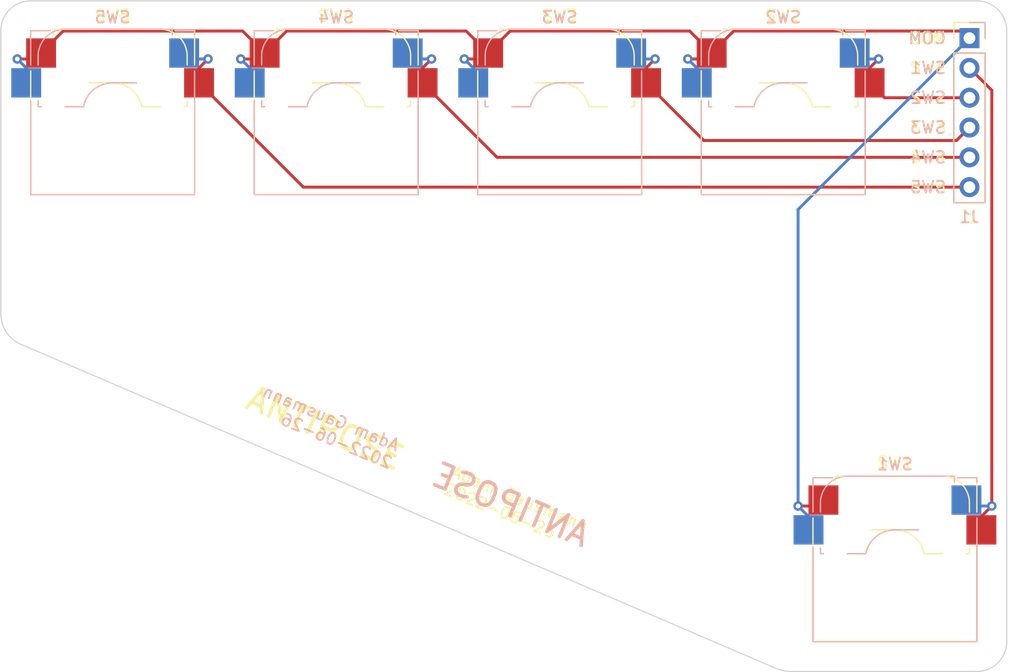
<source format=kicad_pcb>
(kicad_pcb (version 20211014) (generator pcbnew)
  (layers (0 "F.Cu" signal) (31 "B.Cu" signal) (34 "B.Paste" user) (35 "F.Paste" user) (36 "B.SilkS" user "B.Silkscreen") (37 "F.SilkS" user "F.Silkscreen") (38 "B.Mask" user) (39 "F.Mask" user) (44 "Edge.Cuts" user))
  (net 0 "")
  (net 1 "Net-(J1-Pad1)")
  (net 2 "Net-(J1-Pad2)")
  (net 3 "Net-(J1-Pad3)")
  (net 4 "Net-(J1-Pad4)")
  (net 5 "Net-(J1-Pad5)")
  (net 6 "Net-(J1-Pad6)")
  (footprint "agausmann:Kailh_HotSwap_Reversible_1u" (layer "F.Cu") (at 158.75 38.1)
    (fp_text reference "SW2" (at 0 -8.128 unlocked) (layer "B.SilkS") (effects (justify mirror)))
    (fp_text value "MX")
    (fp_text user "${REFERENCE}" (at 0 -8.255) (layer "F.SilkS"))
    (fp_line (start 5.080001 -7.111998) (end -4.063999 -7.111998) (layer "B.SilkS") (width 0.12))
    (fp_line (start -6.985 -6.985) (end -6.985 -4.064) (layer "B.SilkS") (width 0.12))
    (fp_line (start -6.984999 -6.984998) (end -5.333999 -6.984998) (layer "B.SilkS") (width 0.12))
    (fp_line (start 0.000001 -2.539998) (end 2.032 -2.539998) (layer "B.SilkS") (width 0.12))
    (fp_line (start -6.985 -1.016) (end -6.985 6.985) (layer "B.SilkS") (width 0.12))
    (fp_line (start -6.984999 6.985002) (end 6.985001 6.985002) (layer "B.SilkS") (width 0.12))
    (fp_line (start -6.349999 -1.015998) (end -6.349999 -0.507998) (layer "B.SilkS") (width 0.12))
    (fp_line (start 6.985 -6.985) (end 6.985 -6.604) (layer "B.SilkS") (width 0.12))
    (fp_line (start 6.985001 -6.984998) (end 5.334001 -6.984998) (layer "B.SilkS") (width 0.12))
    (fp_line (start 6.985 6.985) (end 6.985 -3.556) (layer "B.SilkS") (width 0.12))
    (fp_line (start -6.349999 -4.825998) (end -6.349999 -4.063998) (layer "B.SilkS") (width 0.12))
    (fp_line (start -4.063999 -0.507998) (end -2.489198 -0.507998) (layer "B.SilkS") (width 0.12))
    (fp_line (start -6.349999 -0.507998) (end -6.095999 -0.507998) (layer "B.SilkS") (width 0.12))
    (fp_line (start 5.080001 -6.603998) (end 5.080001 -7.111998) (layer "B.SilkS") (width 0.12))
    (fp_arc (start -2.489198 -0.507998) (mid -1.606797 -1.967834) (end 0.000001 -2.540505) (layer "B.SilkS") (width 0.12))
    (fp_arc (start -6.349999 -4.825998) (mid -5.680446 -6.442445) (end -4.063999 -7.111998) (layer "B.SilkS") (width 0.12))
    (fp_line (start -6.985 -6.985) (end -6.985 -6.604) (layer "F.SilkS") (width 0.12))
    (fp_line (start -5.08 -7.112) (end 4.064 -7.112) (layer "F.SilkS") (width 0.12))
    (fp_line (start 6.35 -1.016) (end 6.35 -0.508) (layer "F.SilkS") (width 0.12))
    (fp_line (start 6.35 -4.826) (end 6.35 -4.064) (layer "F.SilkS") (width 0.12))
    (fp_line (start 4.064 -0.508) (end 2.489199 -0.508) (layer "F.SilkS") (width 0.12))
    (fp_line (start -5.08 -6.604) (end -5.08 -7.112) (layer "F.SilkS") (width 0.12))
    (fp_line (start 0 -2.54) (end -2.032 -2.54) (layer "F.SilkS") (width 0.12))
    (fp_line (start 6.985 -6.985) (end 6.985 -4.064) (layer "F.SilkS") (width 0.12))
    (fp_line (start -6.985 6.985) (end -6.985 -3.556) (layer "F.SilkS") (width 0.12))
    (fp_line (start 6.985 -6.985) (end 5.334 -6.985) (layer "F.SilkS") (width 0.12))
    (fp_line (start 6.985 -1.016) (end 6.985 6.985) (layer "F.SilkS") (width 0.12))
    (fp_line (start -6.985 -6.985) (end -5.334 -6.985) (layer "F.SilkS") (width 0.12))
    (fp_line (start 6.35 -0.508) (end 6.096 -0.508) (layer "F.SilkS") (width 0.12))
    (fp_line (start 6.985 6.985) (end -6.985 6.985) (layer "F.SilkS") (width 0.12))
    (fp_arc (start 4.064 -7.112) (mid 5.680446 -6.442446) (end 6.35 -4.826) (layer "F.SilkS") (width 0.12))
    (fp_arc (start 0 -2.540507) (mid 1.606798 -1.967836) (end 2.489199 -0.508) (layer "F.SilkS") (width 0.12))
    (pad "" np_thru_hole circle (at -2.54 -5.08) (size 3 3) (drill 3) (layers F&B.Cu *.Mask))
    (pad "" np_thru_hole circle (at 5.08 0) (size 1.7 1.7) (drill 1.7) (layers *.Cu *.Mask))
    (pad "" np_thru_hole circle (at 0 0) (size 4 4) (drill 4) (layers *.Cu *.Mask))
    (pad "" np_thru_hole circle (at -5.08 0) (size 1.7 1.7) (drill 1.7) (layers *.Cu *.Mask))
    (pad "" np_thru_hole circle (at 3.81 -2.54) (size 3 3) (drill 3) (layers F&B.Cu *.Mask))
    (pad "" np_thru_hole circle (at 2.540001 -5.079998) (size 3 3) (drill 3) (layers F&B.Cu *.Mask))
    (pad "" np_thru_hole circle (at -3.809999 -2.539998) (size 3 3) (drill 3) (layers F&B.Cu *.Mask))
    (pad "1" smd rect (at -7.365999 -2.539998) (size 2.55 2.5) (layers "B.Cu" "B.Paste" "B.Mask") (net 1 "Net-(J1-Pad1)"))
    (pad "1" smd rect (at -6.096 -5.08) (size 2.55 2.5) (layers "F.Cu" "F.Paste" "F.Mask") (net 1 "Net-(J1-Pad1)"))
    (pad "2" smd rect (at 6.096001 -5.079998) (size 2.55 2.5) (layers "B.Cu" "B.Paste" "B.Mask") (net 3 "Net-(J1-Pad3)"))
    (pad "2" smd rect (at 7.366 -2.54) (size 2.55 2.5) (layers "F.Cu" "F.Paste" "F.Mask") (net 3 "Net-(J1-Pad3)"))
  )
  (footprint "agausmann:Kailh_HotSwap_Reversible_1u" (layer "F.Cu") (at 139.7 38.1)
    (fp_text reference "SW3" (at 0 -8.128 unlocked) (layer "B.SilkS") (effects (justify mirror)))
    (fp_text value "MX")
    (fp_text user "${REFERENCE}" (at 0 -8.255) (layer "F.SilkS"))
    (fp_line (start 6.985001 -6.984998) (end 5.334001 -6.984998) (layer "B.SilkS") (width 0.12))
    (fp_line (start -6.984999 6.985002) (end 6.985001 6.985002) (layer "B.SilkS") (width 0.12))
    (fp_line (start -6.985 -6.985) (end -6.985 -4.064) (layer "B.SilkS") (width 0.12))
    (fp_line (start 5.080001 -6.603998) (end 5.080001 -7.111998) (layer "B.SilkS") (width 0.12))
    (fp_line (start 5.080001 -7.111998) (end -4.063999 -7.111998) (layer "B.SilkS") (width 0.12))
    (fp_line (start 0.000001 -2.539998) (end 2.032 -2.539998) (layer "B.SilkS") (width 0.12))
    (fp_line (start -6.349999 -1.015998) (end -6.349999 -0.507998) (layer "B.SilkS") (width 0.12))
    (fp_line (start -6.985 -1.016) (end -6.985 6.985) (layer "B.SilkS") (width 0.12))
    (fp_line (start -6.984999 -6.984998) (end -5.333999 -6.984998) (layer "B.SilkS") (width 0.12))
    (fp_line (start 6.985 6.985) (end 6.985 -3.556) (layer "B.SilkS") (width 0.12))
    (fp_line (start 6.985 -6.985) (end 6.985 -6.604) (layer "B.SilkS") (width 0.12))
    (fp_line (start -6.349999 -4.825998) (end -6.349999 -4.063998) (layer "B.SilkS") (width 0.12))
    (fp_line (start -4.063999 -0.507998) (end -2.489198 -0.507998) (layer "B.SilkS") (width 0.12))
    (fp_line (start -6.349999 -0.507998) (end -6.095999 -0.507998) (layer "B.SilkS") (width 0.12))
    (fp_arc (start -2.489198 -0.507998) (mid -1.606797 -1.967834) (end 0.000001 -2.540505) (layer "B.SilkS") (width 0.12))
    (fp_arc (start -6.349999 -4.825998) (mid -5.680446 -6.442445) (end -4.063999 -7.111998) (layer "B.SilkS") (width 0.12))
    (fp_line (start 6.985 -6.985) (end 6.985 -4.064) (layer "F.SilkS") (width 0.12))
    (fp_line (start 6.35 -1.016) (end 6.35 -0.508) (layer "F.SilkS") (width 0.12))
    (fp_line (start -5.08 -7.112) (end 4.064 -7.112) (layer "F.SilkS") (width 0.12))
    (fp_line (start 4.064 -0.508) (end 2.489199 -0.508) (layer "F.SilkS") (width 0.12))
    (fp_line (start 6.35 -0.508) (end 6.096 -0.508) (layer "F.SilkS") (width 0.12))
    (fp_line (start -5.08 -6.604) (end -5.08 -7.112) (layer "F.SilkS") (width 0.12))
    (fp_line (start -6.985 6.985) (end -6.985 -3.556) (layer "F.SilkS") (width 0.12))
    (fp_line (start -6.985 -6.985) (end -6.985 -6.604) (layer "F.SilkS") (width 0.12))
    (fp_line (start 6.35 -4.826) (end 6.35 -4.064) (layer "F.SilkS") (width 0.12))
    (fp_line (start -6.985 -6.985) (end -5.334 -6.985) (layer "F.SilkS") (width 0.12))
    (fp_line (start 6.985 6.985) (end -6.985 6.985) (layer "F.SilkS") (width 0.12))
    (fp_line (start 6.985 -6.985) (end 5.334 -6.985) (layer "F.SilkS") (width 0.12))
    (fp_line (start 0 -2.54) (end -2.032 -2.54) (layer "F.SilkS") (width 0.12))
    (fp_line (start 6.985 -1.016) (end 6.985 6.985) (layer "F.SilkS") (width 0.12))
    (fp_arc (start 4.064 -7.112) (mid 5.680446 -6.442446) (end 6.35 -4.826) (layer "F.SilkS") (width 0.12))
    (fp_arc (start 0 -2.540507) (mid 1.606798 -1.967836) (end 2.489199 -0.508) (layer "F.SilkS") (width 0.12))
    (pad "" np_thru_hole circle (at 3.81 -2.54) (size 3 3) (drill 3) (layers F&B.Cu *.Mask))
    (pad "" np_thru_hole circle (at -5.08 0) (size 1.7 1.7) (drill 1.7) (layers *.Cu *.Mask))
    (pad "" np_thru_hole circle (at -3.809999 -2.539998) (size 3 3) (drill 3) (layers F&B.Cu *.Mask))
    (pad "" np_thru_hole circle (at 0 0) (size 4 4) (drill 4) (layers *.Cu *.Mask))
    (pad "" np_thru_hole circle (at 5.08 0) (size 1.7 1.7) (drill 1.7) (layers *.Cu *.Mask))
    (pad "" np_thru_hole circle (at 2.540001 -5.079998) (size 3 3) (drill 3) (layers F&B.Cu *.Mask))
    (pad "" np_thru_hole circle (at -2.54 -5.08) (size 3 3) (drill 3) (layers F&B.Cu *.Mask))
    (pad "1" smd rect (at -7.365999 -2.539998) (size 2.55 2.5) (layers "B.Cu" "B.Paste" "B.Mask") (net 1 "Net-(J1-Pad1)"))
    (pad "1" smd rect (at -6.096 -5.08) (size 2.55 2.5) (layers "F.Cu" "F.Paste" "F.Mask") (net 1 "Net-(J1-Pad1)"))
    (pad "2" smd rect (at 7.366 -2.54) (size 2.55 2.5) (layers "F.Cu" "F.Paste" "F.Mask") (net 4 "Net-(J1-Pad4)"))
    (pad "2" smd rect (at 6.096001 -5.079998) (size 2.55 2.5) (layers "B.Cu" "B.Paste" "B.Mask") (net 4 "Net-(J1-Pad4)"))
  )
  (footprint "Connector_PinHeader_2.54mm:PinHeader_1x06_P2.54mm_Vertical" (layer "F.Cu") (at 174.625 31.75)
    (fp_text reference "J1" (at 0 15.24) (layer "F.SilkS"))
    (fp_text value "Conn_01x06")
    (fp_text user "${REFERENCE}" (at 0 15.24 unlocked) (layer "B.SilkS") (effects (justify mirror)))
    (fp_line (start 1.33 1.27) (end -1.33 1.27) (layer "B.SilkS") (width 0.12))
    (fp_line (start 1.33 -1.33) (end 0 -1.33) (layer "B.SilkS") (width 0.12))
    (fp_line (start -1.33 1.27) (end -1.33 14.03) (layer "B.SilkS") (width 0.12))
    (fp_line (start 1.33 0) (end 1.33 -1.33) (layer "B.SilkS") (width 0.12))
    (fp_line (start 1.33 1.27) (end 1.33 14.03) (layer "B.SilkS") (width 0.12))
    (fp_line (start 1.33 14.03) (end -1.33 14.03) (layer "B.SilkS") (width 0.12))
    (fp_line (start -1.33 14.03) (end 1.33 14.03) (layer "F.SilkS") (width 0.12))
    (fp_line (start -1.33 1.27) (end -1.33 14.03) (layer "F.SilkS") (width 0.12))
    (fp_line (start -1.33 -1.33) (end 0 -1.33) (layer "F.SilkS") (width 0.12))
    (fp_line (start -1.33 1.27) (end 1.33 1.27) (layer "F.SilkS") (width 0.12))
    (fp_line (start 1.33 1.27) (end 1.33 14.03) (layer "F.SilkS") (width 0.12))
    (fp_line (start -1.33 0) (end -1.33 -1.33) (layer "F.SilkS") (width 0.12))
    (pad "1" thru_hole rect (at 0 0) (size 1.7 1.7) (drill 1) (layers *.Cu *.Mask) (net 1 "Net-(J1-Pad1)"))
    (pad "2" thru_hole oval (at 0 2.54) (size 1.7 1.7) (drill 1) (layers *.Cu *.Mask) (net 2 "Net-(J1-Pad2)"))
    (pad "3" thru_hole oval (at 0 5.08) (size 1.7 1.7) (drill 1) (layers *.Cu *.Mask) (net 3 "Net-(J1-Pad3)"))
    (pad "4" thru_hole oval (at 0 7.62) (size 1.7 1.7) (drill 1) (layers *.Cu *.Mask) (net 4 "Net-(J1-Pad4)"))
    (pad "5" thru_hole oval (at 0 10.16) (size 1.7 1.7) (drill 1) (layers *.Cu *.Mask) (net 5 "Net-(J1-Pad5)"))
    (pad "6" thru_hole oval (at 0 12.7) (size 1.7 1.7) (drill 1) (layers *.Cu *.Mask) (net 6 "Net-(J1-Pad6)"))
  )
  (footprint "agausmann:Kailh_HotSwap_Reversible_1u" (layer "F.Cu") (at 120.65 38.1)
    (fp_text reference "SW4" (at 0 -8.128 unlocked) (layer "B.SilkS") (effects (justify mirror)))
    (fp_text value "MX")
    (fp_text user "${REFERENCE}" (at 0 -8.255) (layer "F.SilkS"))
    (fp_line (start -6.985 -6.985) (end -6.985 -4.064) (layer "B.SilkS") (width 0.12))
    (fp_line (start -6.984999 -6.984998) (end -5.333999 -6.984998) (layer "B.SilkS") (width 0.12))
    (fp_line (start -6.985 -1.016) (end -6.985 6.985) (layer "B.SilkS") (width 0.12))
    (fp_line (start 5.080001 -7.111998) (end -4.063999 -7.111998) (layer "B.SilkS") (width 0.12))
    (fp_line (start 0.000001 -2.539998) (end 2.032 -2.539998) (layer "B.SilkS") (width 0.12))
    (fp_line (start -6.349999 -1.015998) (end -6.349999 -0.507998) (layer "B.SilkS") (width 0.12))
    (fp_line (start 5.080001 -6.603998) (end 5.080001 -7.111998) (layer "B.SilkS") (width 0.12))
    (fp_line (start -6.984999 6.985002) (end 6.985001 6.985002) (layer "B.SilkS") (width 0.12))
    (fp_line (start -4.063999 -0.507998) (end -2.489198 -0.507998) (layer "B.SilkS") (width 0.12))
    (fp_line (start 6.985001 -6.984998) (end 5.334001 -6.984998) (layer "B.SilkS") (width 0.12))
    (fp_line (start -6.349999 -0.507998) (end -6.095999 -0.507998) (layer "B.SilkS") (width 0.12))
    (fp_line (start 6.985 6.985) (end 6.985 -3.556) (layer "B.SilkS") (width 0.12))
    (fp_line (start 6.985 -6.985) (end 6.985 -6.604) (layer "B.SilkS") (width 0.12))
    (fp_line (start -6.349999 -4.825998) (end -6.349999 -4.063998) (layer "B.SilkS") (width 0.12))
    (fp_arc (start -6.349999 -4.825998) (mid -5.680446 -6.442445) (end -4.063999 -7.111998) (layer "B.SilkS") (width 0.12))
    (fp_arc (start -2.489198 -0.507998) (mid -1.606797 -1.967834) (end 0.000001 -2.540505) (layer "B.SilkS") (width 0.12))
    (fp_line (start 6.985 -6.985) (end 5.334 -6.985) (layer "F.SilkS") (width 0.12))
    (fp_line (start -6.985 6.985) (end -6.985 -3.556) (layer "F.SilkS") (width 0.12))
    (fp_line (start 0 -2.54) (end -2.032 -2.54) (layer "F.SilkS") (width 0.12))
    (fp_line (start 6.35 -0.508) (end 6.096 -0.508) (layer "F.SilkS") (width 0.12))
    (fp_line (start 6.985 -6.985) (end 6.985 -4.064) (layer "F.SilkS") (width 0.12))
    (fp_line (start -5.08 -6.604) (end -5.08 -7.112) (layer "F.SilkS") (width 0.12))
    (fp_line (start 6.985 6.985) (end -6.985 6.985) (layer "F.SilkS") (width 0.12))
    (fp_line (start 6.35 -1.016) (end 6.35 -0.508) (layer "F.SilkS") (width 0.12))
    (fp_line (start -5.08 -7.112) (end 4.064 -7.112) (layer "F.SilkS") (width 0.12))
    (fp_line (start -6.985 -6.985) (end -5.334 -6.985) (layer "F.SilkS") (width 0.12))
    (fp_line (start 4.064 -0.508) (end 2.489199 -0.508) (layer "F.SilkS") (width 0.12))
    (fp_line (start -6.985 -6.985) (end -6.985 -6.604) (layer "F.SilkS") (width 0.12))
    (fp_line (start 6.35 -4.826) (end 6.35 -4.064) (layer "F.SilkS") (width 0.12))
    (fp_line (start 6.985 -1.016) (end 6.985 6.985) (layer "F.SilkS") (width 0.12))
    (fp_arc (start 0 -2.540507) (mid 1.606798 -1.967836) (end 2.489199 -0.508) (layer "F.SilkS") (width 0.12))
    (fp_arc (start 4.064 -7.112) (mid 5.680446 -6.442446) (end 6.35 -4.826) (layer "F.SilkS") (width 0.12))
    (pad "" np_thru_hole circle (at 0 0) (size 4 4) (drill 4) (layers *.Cu *.Mask))
    (pad "" np_thru_hole circle (at 2.540001 -5.079998) (size 3 3) (drill 3) (layers F&B.Cu *.Mask))
    (pad "" np_thru_hole circle (at 3.81 -2.54) (size 3 3) (drill 3) (layers F&B.Cu *.Mask))
    (pad "" np_thru_hole circle (at -2.54 -5.08) (size 3 3) (drill 3) (layers F&B.Cu *.Mask))
    (pad "" np_thru_hole circle (at -3.809999 -2.539998) (size 3 3) (drill 3) (layers F&B.Cu *.Mask))
    (pad "" np_thru_hole circle (at 5.08 0) (size 1.7 1.7) (drill 1.7) (layers *.Cu *.Mask))
    (pad "" np_thru_hole circle (at -5.08 0) (size 1.7 1.7) (drill 1.7) (layers *.Cu *.Mask))
    (pad "1" smd rect (at -7.365999 -2.539998) (size 2.55 2.5) (layers "B.Cu" "B.Paste" "B.Mask") (net 1 "Net-(J1-Pad1)"))
    (pad "1" smd rect (at -6.096 -5.08) (size 2.55 2.5) (layers "F.Cu" "F.Paste" "F.Mask") (net 1 "Net-(J1-Pad1)"))
    (pad "2" smd rect (at 6.096001 -5.079998) (size 2.55 2.5) (layers "B.Cu" "B.Paste" "B.Mask") (net 5 "Net-(J1-Pad5)"))
    (pad "2" smd rect (at 7.366 -2.54) (size 2.55 2.5) (layers "F.Cu" "F.Paste" "F.Mask") (net 5 "Net-(J1-Pad5)"))
  )
  (footprint "agausmann:Kailh_HotSwap_Reversible_1u" (layer "F.Cu") (at 168.275 76.2)
    (fp_text reference "SW1" (at 0 -8.128 unlocked) (layer "B.SilkS") (effects (justify mirror)))
    (fp_text value "MX")
    (fp_text user "${REFERENCE}" (at 0 -8.255) (layer "F.SilkS"))
    (fp_line (start 6.985 -6.985) (end 6.985 -6.604) (layer "B.SilkS") (width 0.12))
    (fp_line (start 5.080001 -7.111998) (end -4.063999 -7.111998) (layer "B.SilkS") (width 0.12))
    (fp_line (start 6.985 6.985) (end 6.985 -3.556) (layer "B.SilkS") (width 0.12))
    (fp_line (start -6.984999 6.985002) (end 6.985001 6.985002) (layer "B.SilkS") (width 0.12))
    (fp_line (start -6.349999 -0.507998) (end -6.095999 -0.507998) (layer "B.SilkS") (width 0.12))
    (fp_line (start 6.985001 -6.984998) (end 5.334001 -6.984998) (layer "B.SilkS") (width 0.12))
    (fp_line (start 5.080001 -6.603998) (end 5.080001 -7.111998) (layer "B.SilkS") (width 0.12))
    (fp_line (start -6.985 -6.985) (end -6.985 -4.064) (layer "B.SilkS") (width 0.12))
    (fp_line (start 0.000001 -2.539998) (end 2.032 -2.539998) (layer "B.SilkS") (width 0.12))
    (fp_line (start -6.349999 -1.015998) (end -6.349999 -0.507998) (layer "B.SilkS") (width 0.12))
    (fp_line (start -6.985 -1.016) (end -6.985 6.985) (layer "B.SilkS") (width 0.12))
    (fp_line (start -6.984999 -6.984998) (end -5.333999 -6.984998) (layer "B.SilkS") (width 0.12))
    (fp_line (start -6.349999 -4.825998) (end -6.349999 -4.063998) (layer "B.SilkS") (width 0.12))
    (fp_line (start -4.063999 -0.507998) (end -2.489198 -0.507998) (layer "B.SilkS") (width 0.12))
    (fp_arc (start -6.349999 -4.825998) (mid -5.680446 -6.442445) (end -4.063999 -7.111998) (layer "B.SilkS") (width 0.12))
    (fp_arc (start -2.489198 -0.507998) (mid -1.606797 -1.967834) (end 0.000001 -2.540505) (layer "B.SilkS") (width 0.12))
    (fp_line (start -5.08 -6.604) (end -5.08 -7.112) (layer "F.SilkS") (width 0.12))
    (fp_line (start -6.985 6.985) (end -6.985 -3.556) (layer "F.SilkS") (width 0.12))
    (fp_line (start 6.35 -4.826) (end 6.35 -4.064) (layer "F.SilkS") (width 0.12))
    (fp_line (start -5.08 -7.112) (end 4.064 -7.112) (layer "F.SilkS") (width 0.12))
    (fp_line (start 6.985 6.985) (end -6.985 6.985) (layer "F.SilkS") (width 0.12))
    (fp_line (start 6.985 -1.016) (end 6.985 6.985) (layer "F.SilkS") (width 0.12))
    (fp_line (start 6.35 -0.508) (end 6.096 -0.508) (layer "F.SilkS") (width 0.12))
    (fp_line (start 6.985 -6.985) (end 6.985 -4.064) (layer "F.SilkS") (width 0.12))
    (fp_line (start 6.985 -6.985) (end 5.334 -6.985) (layer "F.SilkS") (width 0.12))
    (fp_line (start 4.064 -0.508) (end 2.489199 -0.508) (layer "F.SilkS") (width 0.12))
    (fp_line (start -6.985 -6.985) (end -6.985 -6.604) (layer "F.SilkS") (width 0.12))
    (fp_line (start 0 -2.54) (end -2.032 -2.54) (layer "F.SilkS") (width 0.12))
    (fp_line (start -6.985 -6.985) (end -5.334 -6.985) (layer "F.SilkS") (width 0.12))
    (fp_line (start 6.35 -1.016) (end 6.35 -0.508) (layer "F.SilkS") (width 0.12))
    (fp_arc (start 0 -2.540507) (mid 1.606798 -1.967836) (end 2.489199 -0.508) (layer "F.SilkS") (width 0.12))
    (fp_arc (start 4.064 -7.112) (mid 5.680446 -6.442446) (end 6.35 -4.826) (layer "F.SilkS") (width 0.12))
    (pad "" np_thru_hole circle (at 3.81 -2.54) (size 3 3) (drill 3) (layers F&B.Cu *.Mask))
    (pad "" np_thru_hole circle (at -5.08 0) (size 1.7 1.7) (drill 1.7) (layers *.Cu *.Mask))
    (pad "" np_thru_hole circle (at -3.809999 -2.539998) (size 3 3) (drill 3) (layers F&B.Cu *.Mask))
    (pad "" np_thru_hole circle (at 2.540001 -5.079998) (size 3 3) (drill 3) (layers F&B.Cu *.Mask))
    (pad "" np_thru_hole circle (at 0 0) (size 4 4) (drill 4) (layers *.Cu *.Mask))
    (pad "" np_thru_hole circle (at 5.08 0) (size 1.7 1.7) (drill 1.7) (layers *.Cu *.Mask))
    (pad "" np_thru_hole circle (at -2.54 -5.08) (size 3 3) (drill 3) (layers F&B.Cu *.Mask))
    (pad "1" smd rect (at -6.096 -5.08) (size 2.55 2.5) (layers "F.Cu" "F.Paste" "F.Mask") (net 1 "Net-(J1-Pad1)"))
    (pad "1" smd rect (at -7.365999 -2.539998) (size 2.55 2.5) (layers "B.Cu" "B.Paste" "B.Mask") (net 1 "Net-(J1-Pad1)"))
    (pad "2" smd rect (at 6.096001 -5.079998) (size 2.55 2.5) (layers "B.Cu" "B.Paste" "B.Mask") (net 2 "Net-(J1-Pad2)"))
    (pad "2" smd rect (at 7.366 -2.54) (size 2.55 2.5) (layers "F.Cu" "F.Paste" "F.Mask") (net 2 "Net-(J1-Pad2)"))
  )
  (footprint "agausmann:Kailh_HotSwap_Reversible_1u" (layer "F.Cu") (at 101.6 38.1)
    (fp_text reference "SW5" (at 0 -8.128 unlocked) (layer "B.SilkS") (effects (justify mirror)))
    (fp_text value "MX")
    (fp_text user "${REFERENCE}" (at 0 -8.255) (layer "F.SilkS"))
    (fp_line (start -6.349999 -4.825998) (end -6.349999 -4.063998) (layer "B.SilkS") (width 0.12))
    (fp_line (start 0.000001 -2.539998) (end 2.032 -2.539998) (layer "B.SilkS") (width 0.12))
    (fp_line (start 6.985 -6.985) (end 6.985 -6.604) (layer "B.SilkS") (width 0.12))
    (fp_line (start 6.985 6.985) (end 6.985 -3.556) (layer "B.SilkS") (width 0.12))
    (fp_line (start 6.985001 -6.984998) (end 5.334001 -6.984998) (layer "B.SilkS") (width 0.12))
    (fp_line (start -6.985 -1.016) (end -6.985 6.985) (layer "B.SilkS") (width 0.12))
    (fp_line (start -4.063999 -0.507998) (end -2.489198 -0.507998) (layer "B.SilkS") (width 0.12))
    (fp_line (start 5.080001 -7.111998) (end -4.063999 -7.111998) (layer "B.SilkS") (width 0.12))
    (fp_line (start -6.985 -6.985) (end -6.985 -4.064) (layer "B.SilkS") (width 0.12))
    (fp_line (start 5.080001 -6.603998) (end 5.080001 -7.111998) (layer "B.SilkS") (width 0.12))
    (fp_line (start -6.349999 -0.507998) (end -6.095999 -0.507998) (layer "B.SilkS") (width 0.12))
    (fp_line (start -6.349999 -1.015998) (end -6.349999 -0.507998) (layer "B.SilkS") (width 0.12))
    (fp_line (start -6.984999 6.985002) (end 6.985001 6.985002) (layer "B.SilkS") (width 0.12))
    (fp_line (start -6.984999 -6.984998) (end -5.333999 -6.984998) (layer "B.SilkS") (width 0.12))
    (fp_arc (start -6.349999 -4.825998) (mid -5.680446 -6.442445) (end -4.063999 -7.111998) (layer "B.SilkS") (width 0.12))
    (fp_arc (start -2.489198 -0.507998) (mid -1.606797 -1.967834) (end 0.000001 -2.540505) (layer "B.SilkS") (width 0.12))
    (fp_line (start 6.35 -4.826) (end 6.35 -4.064) (layer "F.SilkS") (width 0.12))
    (fp_line (start -6.985 -6.985) (end -6.985 -6.604) (layer "F.SilkS") (width 0.12))
    (fp_line (start -6.985 6.985) (end -6.985 -3.556) (layer "F.SilkS") (width 0.12))
    (fp_line (start -5.08 -7.112) (end 4.064 -7.112) (layer "F.SilkS") (width 0.12))
    (fp_line (start 6.35 -0.508) (end 6.096 -0.508) (layer "F.SilkS") (width 0.12))
    (fp_line (start 0 -2.54) (end -2.032 -2.54) (layer "F.SilkS") (width 0.12))
    (fp_line (start 6.985 -1.016) (end 6.985 6.985) (layer "F.SilkS") (width 0.12))
    (fp_line (start 6.985 -6.985) (end 5.334 -6.985) (layer "F.SilkS") (width 0.12))
    (fp_line (start 4.064 -0.508) (end 2.489199 -0.508) (layer "F.SilkS") (width 0.12))
    (fp_line (start -5.08 -6.604) (end -5.08 -7.112) (layer "F.SilkS") (width 0.12))
    (fp_line (start 6.985 6.985) (end -6.985 6.985) (layer "F.SilkS") (width 0.12))
    (fp_line (start 6.35 -1.016) (end 6.35 -0.508) (layer "F.SilkS") (width 0.12))
    (fp_line (start 6.985 -6.985) (end 6.985 -4.064) (layer "F.SilkS") (width 0.12))
    (fp_line (start -6.985 -6.985) (end -5.334 -6.985) (layer "F.SilkS") (width 0.12))
    (fp_arc (start 4.064 -7.112) (mid 5.680446 -6.442446) (end 6.35 -4.826) (layer "F.SilkS") (width 0.12))
    (fp_arc (start 0 -2.540507) (mid 1.606798 -1.967836) (end 2.489199 -0.508) (layer "F.SilkS") (width 0.12))
    (pad "" np_thru_hole circle (at 3.81 -2.54) (size 3 3) (drill 3) (layers F&B.Cu *.Mask))
    (pad "" np_thru_hole circle (at 2.540001 -5.079998) (size 3 3) (drill 3) (layers F&B.Cu *.Mask))
    (pad "" np_thru_hole circle (at 5.08 0) (size 1.7 1.7) (drill 1.7) (layers *.Cu *.Mask))
    (pad "" np_thru_hole circle (at -5.08 0) (size 1.7 1.7) (drill 1.7) (layers *.Cu *.Mask))
    (pad "" np_thru_hole circle (at 0 0) (size 4 4) (drill 4) (layers *.Cu *.Mask))
    (pad "" np_thru_hole circle (at -2.54 -5.08) (size 3 3) (drill 3) (layers F&B.Cu *.Mask))
    (pad "" np_thru_hole circle (at -3.809999 -2.539998) (size 3 3) (drill 3) (layers F&B.Cu *.Mask))
    (pad "1" smd rect (at -6.096 -5.08) (size 2.55 2.5) (layers "F.Cu" "F.Paste" "F.Mask") (net 1 "Net-(J1-Pad1)"))
    (pad "1" smd rect (at -7.365999 -2.539998) (size 2.55 2.5) (layers "B.Cu" "B.Paste" "B.Mask") (net 1 "Net-(J1-Pad1)"))
    (pad "2" smd rect (at 6.096001 -5.079998) (size 2.55 2.5) (layers "B.Cu" "B.Paste" "B.Mask") (net 6 "Net-(J1-Pad6)"))
    (pad "2" smd rect (at 7.366 -2.54) (size 2.55 2.5) (layers "F.Cu" "F.Paste" "F.Mask") (net 6 "Net-(J1-Pad6)"))
  )
  (gr_line (start 177.8 83.185) (end 177.8 31.115) (layer "Edge.Cuts") (width 0.1))
  (gr_line (start 175.26 28.575) (end 94.615 28.575) (layer "Edge.Cuts") (width 0.1))
  (gr_arc (start 159.385 85.725) (mid 158.735999 85.65723) (end 158.115 85.456845) (layer "Edge.Cuts") (width 0.1))
  (gr_arc (start 177.8 83.185) (mid 177.056051 84.981051) (end 175.26 85.725) (layer "Edge.Cuts") (width 0.1))
  (gr_arc (start 175.26 28.575) (mid 177.056051 29.318949) (end 177.8 31.115) (layer "Edge.Cuts") (width 0.1))
  (gr_line (start 92.075 31.115) (end 92.075 55.245) (layer "Edge.Cuts") (width 0.1))
  (gr_arc (start 92.075 31.115) (mid 92.818949 29.318949) (end 94.615 28.575) (layer "Edge.Cuts") (width 0.1))
  (gr_arc (start 93.644806 57.785) (mid 92.499122 56.737975) (end 92.075 55.245) (layer "Edge.Cuts") (width 0.1))
  (gr_line (start 159.385 85.725) (end 175.26 85.725) (layer "Edge.Cuts") (width 0.1))
  (gr_line (start 93.644806 57.785) (end 158.115 85.456845) (layer "Edge.Cuts") (width 0.1))
  (gr_text "SW1" (at 172.72 34.29) (layer "B.SilkS") (effects (font (size 1 1)) (justify left mirror)))
  (gr_text "SW2" (at 172.72 36.83) (layer "B.SilkS") (effects (font (size 1 1)) (justify left mirror)))
  (gr_text "SW4" (at 172.72 41.91) (layer "B.SilkS") (effects (font (size 1 1)) (justify left mirror)))
  (gr_text "Adam Gausmann\n2022-06-26" (at 125.73 67.31 -22.5) (layer "B.SilkS") (effects (font (size 1 1)) (justify left mirror)))
  (gr_text "ANTIPOSE" (at 142.24 74.295 -22.5) (layer "B.SilkS") (effects (font (size 2 2) (thickness 0.3)) (justify left mirror)))
  (gr_text "SW3" (at 172.72 39.37) (layer "B.SilkS") (effects (font (size 1 1)) (justify left mirror)))
  (gr_text "COM" (at 172.72 31.75) (layer "B.SilkS") (effects (font (size 1 1)) (justify left mirror)))
  (gr_text "SW5" (at 172.72 44.45) (layer "B.SilkS") (effects (font (size 1 1)) (justify left mirror)))
  (gr_text "SW4" (at 172.72 41.91) (layer "F.SilkS") (effects (font (size 1 1)) (justify right)))
  (gr_text "Adam Gausmann\n2022-06-26" (at 130.175 69.342 -22.5) (layer "F.SilkS") (effects (font (size 1 1)) (justify left)))
  (gr_text "SW2" (at 172.72 36.83) (layer "F.SilkS") (effects (font (size 1 1)) (justify right)))
  (gr_text "SW3" (at 172.72 39.37) (layer "F.SilkS") (effects (font (size 1 1)) (justify right)))
  (gr_text "ANTIPOSE" (at 113.03 62.23 -22.5) (layer "F.SilkS") (effects (font (size 2 2) (thickness 0.3)) (justify left)))
  (gr_text "SW1" (at 172.72 34.29) (layer "F.SilkS") (effects (font (size 1 1)) (justify right)))
  (gr_text "SW5" (at 172.72 44.45) (layer "F.SilkS") (effects (font (size 1 1)) (justify right)))
  (gr_text "COM" (at 172.72 31.75) (layer "F.SilkS") (effects (font (size 1 1)) (justify right)))
  (segment (start 152.146 33.528) (end 152.654 33.02) (width 0.25) (layer "F.Cu") (net 1))
  (segment (start 174.625 31.75) (end 174.020479 31.145479) (width 0.25) (layer "F.Cu") (net 1))
  (segment (start 174.020479 31.145479) (end 154.528521 31.145479) (width 0.25) (layer "F.Cu") (net 1))
  (segment (start 97.378521 31.145479) (end 95.504 33.02) (width 0.25) (layer "F.Cu") (net 1))
  (segment (start 154.528521 31.145479) (end 152.654 33.02) (width 0.25) (layer "F.Cu") (net 1))
  (segment (start 131.572 33.528) (end 133.096 33.528) (width 0.25) (layer "F.Cu") (net 1))
  (segment (start 160.02 71.628) (end 161.671 71.628) (width 0.25) (layer "F.Cu") (net 1))
  (segment (start 161.671 71.628) (end 162.179 71.12) (width 0.25) (layer "F.Cu") (net 1))
  (segment (start 133.604 33.02) (end 131.729479 31.145479) (width 0.25) (layer "F.Cu") (net 1))
  (segment (start 135.478519 31.145481) (end 133.604 33.02) (width 0.25) (layer "F.Cu") (net 1))
  (segment (start 131.729479 31.145479) (end 116.428521 31.145479) (width 0.25) (layer "F.Cu") (net 1))
  (segment (start 112.679479 31.145479) (end 97.378521 31.145479) (width 0.25) (layer "F.Cu") (net 1))
  (segment (start 93.472 33.528) (end 94.996 33.528) (width 0.25) (layer "F.Cu") (net 1))
  (segment (start 94.996 33.528) (end 95.504 33.02) (width 0.25) (layer "F.Cu") (net 1))
  (segment (start 116.428521 31.145479) (end 114.554 33.02) (width 0.25) (layer "F.Cu") (net 1))
  (segment (start 150.622 33.528) (end 152.146 33.528) (width 0.25) (layer "F.Cu") (net 1))
  (segment (start 112.522 33.528) (end 114.046 33.528) (width 0.25) (layer "F.Cu") (net 1))
  (segment (start 150.779481 31.145481) (end 135.478519 31.145481) (width 0.25) (layer "F.Cu") (net 1))
  (segment (start 114.046 33.528) (end 114.554 33.02) (width 0.25) (layer "F.Cu") (net 1))
  (segment (start 133.096 33.528) (end 133.604 33.02) (width 0.25) (layer "F.Cu") (net 1))
  (segment (start 114.554 33.02) (end 112.679479 31.145479) (width 0.25) (layer "F.Cu") (net 1))
  (segment (start 152.654 33.02) (end 150.779481 31.145481) (width 0.25) (layer "F.Cu") (net 1))
  (via (at 112.522 33.528) (size 0.8) (drill 0.4) (layers "F.Cu" "B.Cu") (net 1))
  (via (at 160.02 71.628) (size 0.8) (drill 0.4) (layers "F.Cu" "B.Cu") (net 1))
  (via (at 131.572 33.528) (size 0.8) (drill 0.4) (layers "F.Cu" "B.Cu") (net 1))
  (via (at 93.472 33.528) (size 0.8) (drill 0.4) (layers "F.Cu" "B.Cu") (net 1))
  (via (at 150.622 33.528) (size 0.8) (drill 0.4) (layers "F.Cu" "B.Cu") (net 1))
  (segment (start 113.284001 34.290001) (end 112.522 33.528) (width 0.25) (layer "B.Cu") (net 1))
  (segment (start 132.334001 35.560002) (end 132.334001 34.290001) (width 0.25) (layer "B.Cu") (net 1))
  (segment (start 94.234001 34.290001) (end 93.472 33.528) (width 0.25) (layer "B.Cu") (net 1))
  (segment (start 160.909001 72.517001) (end 160.02 71.628) (width 0.25) (layer "B.Cu") (net 1))
  (segment (start 151.384001 34.290001) (end 150.622 33.528) (width 0.25) (layer "B.Cu") (net 1))
  (segment (start 160.02 46.355) (end 160.02 71.628) (width 0.25) (layer "B.Cu") (net 1))
  (segment (start 132.334001 34.290001) (end 131.572 33.528) (width 0.25) (layer "B.Cu") (net 1))
  (segment (start 94.234001 35.560002) (end 94.234001 34.290001) (width 0.25) (layer "B.Cu") (net 1))
  (segment (start 174.625 31.75) (end 160.02 46.355) (width 0.25) (layer "B.Cu") (net 1))
  (segment (start 151.384001 35.560002) (end 151.384001 34.290001) (width 0.25) (layer "B.Cu") (net 1))
  (segment (start 160.909001 73.660002) (end 160.909001 72.517001) (width 0.25) (layer "B.Cu") (net 1))
  (segment (start 113.284001 35.560002) (end 113.284001 34.290001) (width 0.25) (layer "B.Cu") (net 1))
  (segment (start 175.641 73.66) (end 175.641 72.517) (width 0.25) (layer "F.Cu") (net 2))
  (segment (start 176.53 36.195) (end 174.625 34.29) (width 0.25) (layer "F.Cu") (net 2))
  (segment (start 175.641 72.517) (end 176.53 71.628) (width 0.25) (layer "F.Cu") (net 2))
  (segment (start 176.53 71.628) (end 176.53 36.195) (width 0.25) (layer "F.Cu") (net 2))
  (via (at 176.53 71.628) (size 0.8) (drill 0.4) (layers "F.Cu" "B.Cu") (net 2))
  (segment (start 176.53 71.628) (end 174.878999 71.628) (width 0.25) (layer "B.Cu") (net 2))
  (segment (start 174.878999 71.628) (end 174.371001 71.120002) (width 0.25) (layer "B.Cu") (net 2))
  (segment (start 166.116 34.29) (end 166.878 33.528) (width 0.25) (layer "F.Cu") (net 3))
  (segment (start 174.625 36.83) (end 167.386 36.83) (width 0.25) (layer "F.Cu") (net 3))
  (segment (start 167.386 36.83) (end 166.116 35.56) (width 0.25) (layer "F.Cu") (net 3))
  (segment (start 166.116 35.56) (end 166.116 34.29) (width 0.25) (layer "F.Cu") (net 3))
  (via (at 166.878 33.528) (size 0.8) (drill 0.4) (layers "F.Cu" "B.Cu") (net 3))
  (segment (start 165.353999 33.528) (end 164.846001 33.020002) (width 0.25) (layer "B.Cu") (net 3))
  (segment (start 166.878 33.528) (end 165.353999 33.528) (width 0.25) (layer "B.Cu") (net 3))
  (segment (start 147.066 34.29) (end 147.828 33.528) (width 0.25) (layer "F.Cu") (net 4))
  (segment (start 151.980521 40.474521) (end 147.066 35.56) (width 0.25) (layer "F.Cu") (net 4))
  (segment (start 147.066 35.56) (end 147.066 34.29) (width 0.25) (layer "F.Cu") (net 4))
  (segment (start 174.625 39.37) (end 173.520479 40.474521) (width 0.25) (layer "F.Cu") (net 4))
  (segment (start 173.520479 40.474521) (end 151.980521 40.474521) (width 0.25) (layer "F.Cu") (net 4))
  (via (at 147.828 33.528) (size 0.8) (drill 0.4) (layers "F.Cu" "B.Cu") (net 4))
  (segment (start 146.303999 33.528) (end 145.796001 33.020002) (width 0.25) (layer "B.Cu") (net 4))
  (segment (start 147.828 33.528) (end 146.303999 33.528) (width 0.25) (layer "B.Cu") (net 4))
  (segment (start 128.016 35.56) (end 128.016 34.29) (width 0.25) (layer "F.Cu") (net 5))
  (segment (start 174.625 41.91) (end 134.366 41.91) (width 0.25) (layer "F.Cu") (net 5))
  (segment (start 128.016 34.29) (end 128.778 33.528) (width 0.25) (layer "F.Cu") (net 5))
  (segment (start 134.366 41.91) (end 128.016 35.56) (width 0.25) (layer "F.Cu") (net 5))
  (via (at 128.778 33.528) (size 0.8) (drill 0.4) (layers "F.Cu" "B.Cu") (net 5))
  (segment (start 128.778 33.528) (end 127.253999 33.528) (width 0.25) (layer "B.Cu") (net 5))
  (segment (start 127.253999 33.528) (end 126.746001 33.020002) (width 0.25) (layer "B.Cu") (net 5))
  (segment (start 108.966 34.29) (end 109.728 33.528) (width 0.25) (layer "F.Cu") (net 6))
  (segment (start 117.856 44.45) (end 108.966 35.56) (width 0.25) (layer "F.Cu") (net 6))
  (segment (start 108.966 35.56) (end 108.966 34.29) (width 0.25) (layer "F.Cu") (net 6))
  (segment (start 174.625 44.45) (end 117.856 44.45) (width 0.25) (layer "F.Cu") (net 6))
  (via (at 109.728 33.528) (size 0.8) (drill 0.4) (layers "F.Cu" "B.Cu") (net 6))
  (segment (start 108.203999 33.528) (end 107.696001 33.020002) (width 0.25) (layer "B.Cu") (net 6))
  (segment (start 109.728 33.528) (end 108.203999 33.528) (width 0.25) (layer "B.Cu") (net 6))
)
</source>
